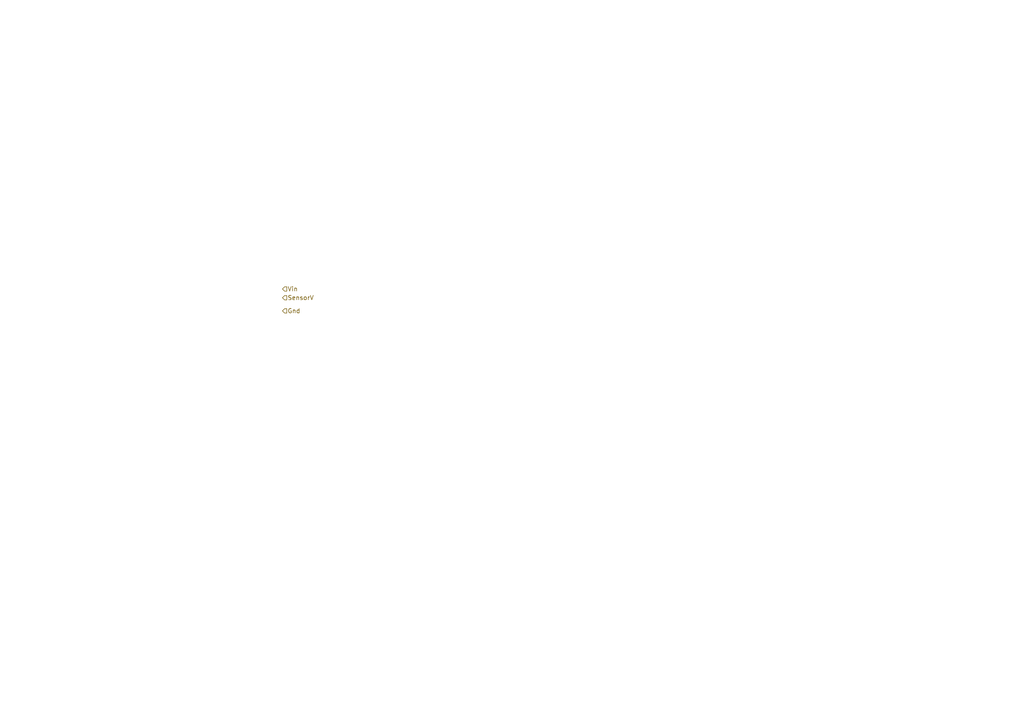
<source format=kicad_sch>
(kicad_sch (version 20230121) (generator eeschema)
  (paper "A4")
  (lib_symbols)
  (hierarchical_label "Gnd" (shape input) (at 81.915 90.17 0))
  (hierarchical_label "SensorV" (shape input) (at 81.915 86.36 0))
  (hierarchical_label "Vin" (shape input) (at 81.915 83.82 0))
)
</source>
